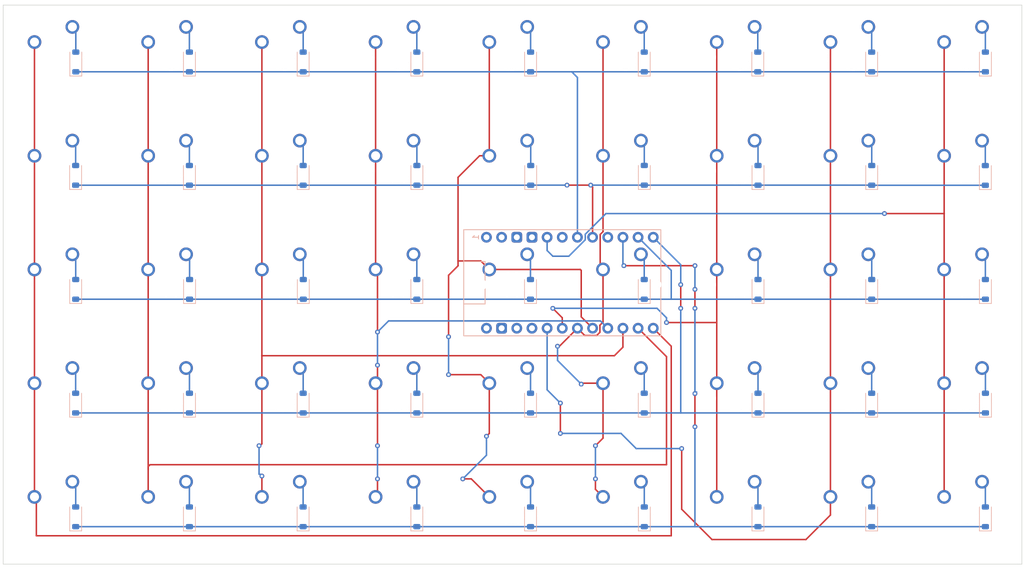
<source format=kicad_pcb>
(kicad_pcb (version 20221018) (generator pcbnew)
  (layers (0 "F.Cu" signal) (31 "B.Cu" signal) (34 "B.Paste" user) (35 "F.Paste" user) (36 "B.SilkS" user "B.Silkscreen") (37 "F.SilkS" user "F.Silkscreen") (38 "B.Mask" user) (39 "F.Mask" user) (44 "Edge.Cuts" user))
  (net 0 "")
  (net 1 "Net-(D1-A)")
  (net 2 "Net-(D2-A)")
  (net 3 "Net-(D3-A)")
  (net 4 "Net-(D4-A)")
  (net 5 "Net-(D5-A)")
  (net 6 "Net-(D6-A)")
  (net 7 "Net-(D7-A)")
  (net 8 "Net-(D8-A)")
  (net 9 "Net-(D9-A)")
  (net 10 "Net-(D10-A)")
  (net 11 "Net-(D11-A)")
  (net 12 "Net-(D12-A)")
  (net 13 "Net-(D13-A)")
  (net 14 "Net-(D14-A)")
  (net 15 "Net-(D15-A)")
  (net 16 "Net-(D16-A)")
  (net 17 "Net-(D17-A)")
  (net 18 "Net-(D18-A)")
  (net 19 "Net-(D19-A)")
  (net 20 "Net-(D20-A)")
  (net 21 "Net-(D21-A)")
  (net 22 "Net-(D22-A)")
  (net 23 "Net-(D23-A)")
  (net 24 "Net-(D24-A)")
  (net 25 "Net-(D25-A)")
  (net 26 "Net-(D26-A)")
  (net 27 "Net-(D27-A)")
  (net 28 "Net-(D28-A)")
  (net 29 "Net-(D29-A)")
  (net 30 "Net-(D30-A)")
  (net 31 "Net-(D31-A)")
  (net 32 "Net-(D32-A)")
  (net 33 "Net-(D33-A)")
  (net 34 "Net-(D34-A)")
  (net 35 "Net-(D35-A)")
  (net 36 "Net-(D36-A)")
  (net 37 "Net-(D38-A)")
  (net 38 "Net-(D39-A)")
  (net 39 "Net-(D40-A)")
  (net 40 "Net-(D41-A)")
  (net 41 "Net-(D42-A)")
  (net 42 "Net-(D43-A)")
  (net 43 "Net-(D44-A)")
  (net 44 "Net-(D45-A)")
  (net 50 "Row0")
  (net 51 "Row1")
  (net 52 "Row2")
  (net 53 "Row3")
  (net 54 "Row4")
  (net 55 "Col8")
  (net 56 "Col0")
  (net 57 "Col1")
  (net 58 "Col2")
  (net 59 "Col3")
  (net 60 "Col4")
  (net 61 "Col5")
  (net 62 "Col6")
  (net 63 "Col7")
  (net 67 "Net-(D37-A)")
  (footprint "PCM_marbastlib-mx:SW_MX_1u" (layer "F.Cu") (at 120.17375 30.95625)
    (fp_text reference "MX6" hide)
    (fp_text value "MX_SW_HS" hide)
  )
  (footprint "PCM_marbastlib-mx:SW_MX_1u" (layer "F.Cu") (at 24.92375 69.05625)
    (fp_text reference "MX19" hide)
    (fp_text value "MX_SW_HS" hide)
  )
  (footprint "PCM_marbastlib-mx:SW_MX_1u" (layer "F.Cu") (at 158.27375 69.05625)
    (fp_text reference "MX26" hide)
    (fp_text value "MX_SW_HS" hide)
  )
  (footprint "PCM_marbastlib-mx:SW_MX_1u" (layer "F.Cu") (at 82.07375 107.15625)
    (fp_text reference "MX40" hide)
    (fp_text value "MX_SW_HS" hide)
  )
  (footprint "PCM_marbastlib-mx:SW_MX_1u" (layer "F.Cu") (at 63.02375 88.10625)
    (fp_text reference "MX30" hide)
    (fp_text value "MX_SW_HS" hide)
  )
  (footprint "PCM_marbastlib-mx:SW_MX_1u" (layer "F.Cu") (at 139.22375 50.00625)
    (fp_text reference "MX16" hide)
    (fp_text value "MX_SW_HS" hide)
  )
  (footprint "PCM_marbastlib-mx:SW_MX_1u" (layer "F.Cu") (at 24.92375 107.15625)
    (fp_text reference "MX37" hide)
    (fp_text value "MX_SW_HS" hide)
  )
  (footprint "PCM_marbastlib-mx:SW_MX_1u" (layer "F.Cu") (at 82.07375 69.05625)
    (fp_text reference "MX22" hide)
    (fp_text value "MX_SW_HS" hide)
  )
  (footprint "PCM_marbastlib-mx:SW_MX_1u" (layer "F.Cu") (at 63.02375 50.00625)
    (fp_text reference "MX12" hide)
    (fp_text value "MX_SW_HS" hide)
  )
  (footprint "PCM_marbastlib-mx:SW_MX_1u" (layer "F.Cu") (at 63.02375 69.05625)
    (fp_text reference "MX21" hide)
    (fp_text value "MX_SW_HS" hide)
  )
  (footprint "PCM_marbastlib-mx:SW_MX_1u" (layer "F.Cu") (at 63.02375 30.95625)
    (fp_text reference "MX3" hide)
    (fp_text value "MX_SW_HS" hide)
  )
  (footprint "PCM_marbastlib-mx:SW_MX_1u" (layer "F.Cu") (at 120.17375 107.15625)
    (fp_text reference "MX42" hide)
    (fp_text value "MX_SW_HS" hide)
  )
  (footprint "PCM_marbastlib-mx:SW_MX_1u" (layer "F.Cu") (at 139.22375 107.15625)
    (fp_text reference "MX43" hide)
    (fp_text value "MX_SW_HS" hide)
  )
  (footprint "PCM_marbastlib-mx:SW_MX_1u" (layer "F.Cu") (at 177.32375 107.15625)
    (fp_text reference "MX45" hide)
    (fp_text value "MX_SW_HS" hide)
  )
  (footprint "PCM_marbastlib-mx:SW_MX_1u" (layer "F.Cu") (at 101.12375 88.10625)
    (fp_text reference "MX32" hide)
    (fp_text value "MX_SW_HS" hide)
  )
  (footprint "PCM_marbastlib-mx:SW_MX_1u" (layer "F.Cu") (at 139.22375 30.95625)
    (fp_text reference "MX7" hide)
    (fp_text value "MX_SW_HS" hide)
  )
  (footprint "PCM_marbastlib-mx:SW_MX_1u" (layer "F.Cu") (at 24.92375 50.00625)
    (fp_text reference "MX10" hide)
    (fp_text value "MX_SW_HS" hide)
  )
  (footprint "PCM_marbastlib-mx:SW_MX_1u" (layer "F.Cu") (at 43.97375 69.05625)
    (fp_text reference "MX20" hide)
    (fp_text value "MX_SW_HS" hide)
  )
  (footprint "PCM_marbastlib-mx:SW_MX_1u" (layer "F.Cu") (at 24.92375 88.10625)
    (fp_text reference "MX28" hide)
    (fp_text value "MX_SW_HS" hide)
  )
  (footprint "PCM_marbastlib-mx:SW_MX_1u" (layer "F.Cu") (at 120.17375 50.00625)
    (fp_text reference "MX15" hide)
    (fp_text value "MX_SW_HS" hide)
  )
  (footprint "PCM_marbastlib-mx:SW_MX_1u" (layer "F.Cu") (at 82.07375 50.00625)
    (fp_text reference "MX13" hide)
    (fp_text value "MX_SW_HS" hide)
  )
  (footprint "PCM_marbastlib-mx:SW_MX_1u" (layer "F.Cu") (at 177.32375 50.00625)
    (fp_text reference "MX18" hide)
    (fp_text value "MX_SW_HS" hide)
  )
  (footprint "PCM_marbastlib-mx:SW_MX_1u" (layer "F.Cu") (at 63.02375 107.15625)
    (fp_text reference "MX39" hide)
    (fp_text value "MX_SW_HS" hide)
  )
  (footprint "PCM_marbastlib-mx:SW_MX_1u" (layer "F.Cu") (at 43.97375 30.95625)
    (fp_text reference "MX2" hide)
    (fp_text value "MX_SW_HS" hide)
  )
  (footprint "PCM_marbastlib-mx:SW_MX_1u" (layer "F.Cu") (at 177.32375 69.05625)
    (fp_text reference "MX27" hide)
    (fp_text value "MX_SW_HS" hide)
  )
  (footprint "PCM_marbastlib-mx:SW_MX_1u" (layer "F.Cu") (at 82.07375 30.95625)
    (fp_text reference "MX4" hide)
    (fp_text value "MX_SW_HS" hide)
  )
  (footprint "PCM_marbastlib-mx:SW_MX_1u" (layer "F.Cu") (at 177.32375 88.10625)
    (fp_text reference "MX36" hide)
    (fp_text value "MX_SW_HS" hide)
  )
  (footprint "PCM_marbastlib-mx:SW_MX_1u" (layer "F.Cu") (at 43.97375 50.00625)
    (fp_text reference "MX11" hide)
    (fp_text value "MX_SW_HS" hide)
  )
  (footprint "PCM_marbastlib-mx:SW_MX_1u" (layer "F.Cu") (at 101.12375 30.95625)
    (fp_text reference "MX5" hide)
    (fp_text value "MX_SW_HS" hide)
  )
  (footprint "PCM_marbastlib-mx:SW_MX_1u" (layer "F.Cu") (at 139.22375 69.05625)
    (fp_text reference "MX25" hide)
    (fp_text value "MX_SW_HS" hide)
  )
  (footprint "PCM_marbastlib-mx:SW_MX_1u" (layer "F.Cu") (at 120.17375 88.10625)
    (fp_text reference "MX33" hide)
    (fp_text value "MX_SW_HS" hide)
  )
  (footprint "PCM_marbastlib-mx:SW_MX_1u" (layer "F.Cu") (at 82.07375 88.10625)
    (fp_text reference "MX31" hide)
    (fp_text value "MX_SW_HS" hide)
  )
  (footprint "PCM_marbastlib-mx:SW_MX_1u" (layer "F.Cu") (at 177.32375 30.95625)
    (fp_text reference "MX9" hide)
    (fp_text value "MX_SW_HS" hide)
  )
  (footprint "PCM_marbastlib-mx:SW_MX_1u" (layer "F.Cu") (at 158.27375 30.95625)
    (fp_text reference "MX8" hide)
    (fp_text value "MX_SW_HS" hide)
  )
  (footprint "PCM_marbastlib-mx:SW_MX_1u" (layer "F.Cu") (at 43.97375 107.15625)
    (fp_text reference "MX38" hide)
    (fp_text value "MX_SW_HS" hide)
  )
  (footprint "PCM_marbastlib-mx:SW_MX_1u" (layer "F.Cu") (at 101.12375 50.00625)
    (fp_text reference "MX14" hide)
    (fp_text value "MX_SW_HS" hide)
  )
  (footprint "PCM_marbastlib-mx:SW_MX_1u" (layer "F.Cu") (at 158.27375 107.15625)
    (fp_text reference "MX44" hide)
    (fp_text value "MX_SW_HS" hide)
  )
  (footprint "PCM_marbastlib-mx:SW_MX_1u" (layer "F.Cu") (at 24.92375 30.95625)
    (fp_text reference "MX1" hide)
    (fp_text value "MX_SW_HS" hide)
  )
  (footprint "PCM_marbastlib-mx:SW_MX_1u" (layer "F.Cu") (at 120.17375 69.05625)
    (fp_text reference "MX24" hide)
    (fp_text value "MX_SW_HS" hide)
  )
  (footprint "PCM_marbastlib-mx:SW_MX_1u" (layer "F.Cu") (at 101.12375 69.05625)
    (fp_text reference "MX23" hide)
    (fp_text value "MX_SW_HS" hide)
  )
  (footprint "PCM_marbastlib-mx:SW_MX_1u" (layer "F.Cu") (at 139.22375 88.10625)
    (fp_text reference "MX34" hide)
    (fp_text value "MX_SW_HS" hide)
  )
  (footprint "PCM_marbastlib-mx:SW_MX_1u" (layer "F.Cu") (at 101.12375 107.15625)
    (fp_text reference "MX41" hide)
    (fp_text value "MX_SW_HS" hide)
  )
  (footprint "PCM_marbastlib-mx:SW_MX_1u" (layer "F.Cu") (at 158.27375 50.00625)
    (fp_text reference "MX17" hide)
    (fp_text value "MX_SW_HS" hide)
  )
  (footprint "PCM_marbastlib-mx:SW_MX_1u" (layer "F.Cu") (at 158.27375 88.10625)
    (fp_text reference "MX35" hide)
    (fp_text value "MX_SW_HS" hide)
  )
  (footprint "PCM_marbastlib-mx:SW_MX_1u" (layer "F.Cu") (at 43.97375 88.10625)
    (fp_text reference "MX29" hide)
    (fp_text value "MX_SW_HS" hide)
  )
  (footprint "Diode_SMD:D_SOD-123" (layer "B.Cu") (at 142.33 88.9 90)
    (fp_text reference "D34" hide)
    (fp_text value "D_Small")
  )
  (footprint "PCM_marbastlib-xp-promicroish:ProMicro_USBup" (layer "B.Cu") (at 110.8075 68.73875 -90)
    (fp_text reference "J1" hide)
    (fp_text value "Conn_02x12_Top_Bottom")
  )
  (footprint "Diode_SMD:D_SOD-123" (layer "B.Cu") (at 180.42 107.95 90)
    (fp_text reference "D45" hide)
    (fp_text value "D_Small")
  )
  (footprint "Diode_SMD:D_SOD-123" (layer "B.Cu") (at 142.33 69.85 90)
    (fp_text reference "D25" hide)
    (fp_text value "D_Small")
  )
  (footprint "Diode_SMD:D_SOD-123" (layer "B.Cu") (at 85.17 31.75 90)
    (fp_text reference "D4" hide)
    (fp_text value "D_Small")
  )
  (footprint "Diode_SMD:D_SOD-123" (layer "B.Cu") (at 28.01 88.9 90)
    (fp_text reference "D28" hide)
    (fp_text value "D_Small")
  )
  (footprint "Diode_SMD:D_SOD-123" (layer "B.Cu") (at 104.22 107.95 90)
    (fp_text reference "D41" hide)
    (fp_text value "D_Small")
  )
  (footprint "Diode_SMD:D_SOD-123" (layer "B.Cu") (at 123.27 31.75 90)
    (fp_text reference "D6" hide)
    (fp_text value "D_Small")
  )
  (footprint "Diode_SMD:D_SOD-123" (layer "B.Cu") (at 142.32 107.95 90)
    (fp_text reference "D43" hide)
    (fp_text value "D_Small")
  )
  (footprint "Diode_SMD:D_SOD-123" (layer "B.Cu") (at 85.17 107.95 90)
    (fp_text reference "D40" hide)
    (fp_text value "D_Small")
  )
  (footprint "Diode_SMD:D_SOD-123" (layer "B.Cu") (at 85.17 69.85 90)
    (fp_text reference "D22" hide)
    (fp_text value "D_Small")
  )
  (footprint "Diode_SMD:D_SOD-123" (layer "B.Cu") (at 161.37 107.95 90)
    (fp_text reference "D44" hide)
    (fp_text value "D_Small")
  )
  (footprint "Diode_SMD:D_SOD-123" (layer "B.Cu") (at 161.37 31.75 90)
    (fp_text reference "D8" hide)
    (fp_text value "D_Small")
  )
  (footprint "Diode_SMD:D_SOD-123" (layer "B.Cu") (at 180.41 50.76 90)
    (fp_text reference "D18" hide)
    (fp_text value "D_Small")
  )
  (footprint "Diode_SMD:D_SOD-123" (layer "B.Cu") (at 142.33 50.75 90)
    (fp_text reference "D16" hide)
    (fp_text value "D_Small")
  )
  (footprint "Diode_SMD:D_SOD-123" (layer "B.Cu") (at 66.12 107.95 90)
    (fp_text reference "D39" hide)
    (fp_text value "D_Small")
  )
  (footprint "Diode_SMD:D_SOD-123" (layer "B.Cu") (at 28.02 69.85 90)
    (fp_text reference "D19" hide)
    (fp_text value "D_Small")
  )
  (footprint "Diode_SMD:D_SOD-123" (layer "B.Cu") (at 47.07 50.7475 90)
    (fp_text reference "D11" hide)
    (fp_text value "D_Small")
  )
  (footprint "Diode_SMD:D_SOD-123" (layer "B.Cu") (at 180.42 69.85 90)
    (fp_text reference "D27" hide)
    (fp_text value "D_Small")
  )
  (footprint "Diode_SMD:D_SOD-123" (layer "B.Cu") (at 47.08 88.9 90)
    (fp_text reference "D29" hide)
    (fp_text value "D_Small")
  )
  (footprint "Diode_SMD:D_SOD-123" (layer "B.Cu") (at 104.25 50.75 90)
    (fp_text reference "D14" hide)
    (fp_text value "D_Small")
  )
  (footprint "Diode_SMD:D_SOD-123" (layer "B.Cu") (at 123.28 107.95 90)
    (fp_text reference "D42" hide)
    (fp_text value "D_Small")
  )
  (footprint "Diode_SMD:D_SOD-123" (layer "B.Cu") (at 28.04 31.75 90)
    (fp_text reference "D1" hide)
    (fp_text value "D_Small")
  )
  (footprint "Diode_SMD:D_SOD-123" (layer "B.Cu") (at 161.38 50.75 90)
    (fp_text reference "D17" hide)
    (fp_text value "D_Small")
  )
  (footprint "Diode_SMD:D_SOD-123" (layer "B.Cu") (at 123.27 88.9 90)
    (fp_text reference "D33" hide)
    (fp_text value "D_Small")
  )
  (footprint "Diode_SMD:D_SOD-123" (layer "B.Cu") (at 47.07 107.95 90)
    (fp_text reference "D38" hide)
    (fp_text value "D_Small")
  )
  (footprint "Diode_SMD:D_SOD-123" (layer "B.Cu") (at 104.23 31.75 90)
    (fp_text reference "D5" hide)
    (fp_text value "D_Small")
  )
  (footprint "Diode_SMD:D_SOD-123" (layer "B.Cu") (at 180.42 31.75 90)
    (fp_text reference "D9" hide)
    (fp_text value "D_Small")
  )
  (footprint "Diode_SMD:D_SOD-123" (layer "B.Cu") (at 123.28 50.74 90)
    (fp_text reference "D15" hide)
    (fp_text value "D_Small")
  )
  (footprint "Diode_SMD:D_SOD-123" (layer "B.Cu") (at 66.13 88.9 90)
    (fp_text reference "D30" hide)
    (fp_text value "D_Small")
  )
  (footprint "Diode_SMD:D_SOD-123" (layer "B.Cu") (at 47.1 69.85 90)
    (fp_text reference "D20" hide)
    (fp_text value "D_Small")
  )
  (footprint "Diode_SMD:D_SOD-123" (layer "B.Cu") (at 104.21 69.85 90)
    (fp_text reference "D23" hide)
    (fp_text value "D_Small")
  )
  (footprint "Diode_SMD:D_SOD-123" (layer "B.Cu") (at 66.13 50.75 90)
    (fp_text reference "D12" hide)
    (fp_text value "D_Small")
  )
  (footprint "Diode_SMD:D_SOD-123" (layer "B.Cu") (at 180.43 88.9 90)
    (fp_text reference "D36" hide)
    (fp_text value "D_Small")
  )
  (footprint "Diode_SMD:D_SOD-123" (layer "B.Cu") (at 161.37 88.9 90)
    (fp_text reference "D35" hide)
    (fp_text value "D_Small")
  )
  (footprint "Diode_SMD:D_SOD-123" (layer "B.Cu") (at 28.01 50.7475 90)
    (fp_text reference "D10" hide)
    (fp_text value "D_Small")
  )
  (footprint "Diode_SMD:D_SOD-123" (layer "B.Cu") (at 104.22 88.9 90)
    (fp_text reference "D32" hide)
    (fp_text value "D_Small")
  )
  (footprint "Diode_SMD:D_SOD-123" (layer "B.Cu") (at 161.38 69.85 90)
    (fp_text reference "D26" hide)
    (fp_text value "D_Small")
  )
  (footprint "Diode_SMD:D_SOD-123" (layer "B.Cu") (at 66.15 69.85 90)
    (fp_text reference "D21" hide)
    (fp_text value "D_Small")
  )
  (footprint "Diode_SMD:D_SOD-123" (layer "B.Cu") (at 142.29 31.75 90)
    (fp_text reference "D7" hide)
    (fp_text value "D_Small")
  )
  (footprint "Diode_SMD:D_SOD-123" (layer "B.Cu") (at 85.18 50.7475 90)
    (fp_text reference "D13" hide)
    (fp_text value "D_Small")
  )
  (footprint "Diode_SMD:D_SOD-123" (layer "B.Cu") (at 123.27 69.85 90)
    (fp_text reference "D24" hide)
    (fp_text value "D_Small")
  )
  (footprint "Diode_SMD:D_SOD-123" (layer "B.Cu") (at 28.02 107.95 90)
    (fp_text reference "D37" hide)
    (fp_text value "D_Small")
  )
  (footprint "Diode_SMD:D_SOD-123" (layer "B.Cu") (at 47.07 31.75 90)
    (fp_text reference "D2" hide)
    (fp_text value "D_Small")
  )
  (footprint "Diode_SMD:D_SOD-123" (layer "B.Cu") (at 85.17 88.9 90)
    (fp_text reference "D31" hide)
    (fp_text value "D_Small")
  )
  (footprint "Diode_SMD:D_SOD-123" (layer "B.Cu") (at 66.13 31.75 90)
    (fp_text reference "D3" hide)
    (fp_text value "D_Small")
  )
  (gr_line (start 186.53125 115.8875) (end 185.7375 115.8875) (stroke (width 0.1)) (layer "Edge.Cuts"))
  (gr_line (start 186.53125 115.8875) (end 186.53125 22.225) (stroke (width 0.1)) (layer "Edge.Cuts"))
  (gr_line (start 15.875 115.8875) (end 185.7375 115.8875) (stroke (width 0.1)) (layer "Edge.Cuts"))
  (gr_line (start 186.53125 22.225) (end 15.875 22.225) (stroke (width 0.1)) (layer "Edge.Cuts"))
  (gr_line (start 15.875 22.225) (end 15.875 115.8875) (stroke (width 0.1)) (layer "Edge.Cuts"))
  (segment (start 27.46375 25.87625) (end 28.04 26.4525) (width 0.25) (layer "B.Cu") (net 1))
  (segment (start 28.04 26.4525) (end 28.04 30.1) (width 0.25) (layer "B.Cu") (net 1))
  (segment (start 46.51375 25.87625) (end 47.07 26.4325) (width 0.25) (layer "B.Cu") (net 2))
  (segment (start 47.07 26.4325) (end 47.07 30.1) (width 0.25) (layer "B.Cu") (net 2))
  (segment (start 66.13 26.4425) (end 66.13 30.1) (width 0.25) (layer "B.Cu") (net 3))
  (segment (start 65.56375 25.87625) (end 66.13 26.4425) (width 0.25) (layer "B.Cu") (net 3))
  (segment (start 84.61375 25.87625) (end 85.17 26.4325) (width 0.25) (layer "B.Cu") (net 4))
  (segment (start 85.17 26.4325) (end 85.17 30.1) (width 0.25) (layer "B.Cu") (net 4))
  (segment (start 103.66375 25.87625) (end 104.23 26.4425) (width 0.25) (layer "B.Cu") (net 5))
  (segment (start 104.23 26.4425) (end 104.23 30.1) (width 0.25) (layer "B.Cu") (net 5))
  (segment (start 122.71375 25.87625) (end 123.27 26.4325) (width 0.25) (layer "B.Cu") (net 6))
  (segment (start 123.27 26.4325) (end 123.27 30.1) (width 0.25) (layer "B.Cu") (net 6))
  (segment (start 142.29 26.4025) (end 142.29 30.1) (width 0.25) (layer "B.Cu") (net 7))
  (segment (start 141.76375 25.87625) (end 142.29 26.4025) (width 0.25) (layer "B.Cu") (net 7))
  (segment (start 161.37 26.4325) (end 161.37 30.1) (width 0.25) (layer "B.Cu") (net 8))
  (segment (start 160.81375 25.87625) (end 161.37 26.4325) (width 0.25) (layer "B.Cu") (net 8))
  (segment (start 179.86375 25.87625) (end 180.42 26.4325) (width 0.25) (layer "B.Cu") (net 9))
  (segment (start 180.42 26.4325) (end 180.42 30.1) (width 0.25) (layer "B.Cu") (net 9))
  (segment (start 28.01 45.4725) (end 28.01 49.0975) (width 0.25) (layer "B.Cu") (net 10))
  (segment (start 27.46375 44.92625) (end 28.01 45.4725) (width 0.25) (layer "B.Cu") (net 10))
  (segment (start 47.07 45.4825) (end 47.07 49.0975) (width 0.25) (layer "B.Cu") (net 11))
  (segment (start 46.51375 44.92625) (end 47.07 45.4825) (width 0.25) (layer "B.Cu") (net 11))
  (segment (start 65.56375 44.92625) (end 66.13 45.4925) (width 0.25) (layer "B.Cu") (net 12))
  (segment (start 66.13 45.4925) (end 66.13 49.1) (width 0.25) (layer "B.Cu") (net 12))
  (segment (start 85.18 45.4925) (end 85.18 49.0975) (width 0.25) (layer "B.Cu") (net 13))
  (segment (start 84.61375 44.92625) (end 85.18 45.4925) (width 0.25) (layer "B.Cu") (net 13))
  (segment (start 103.66375 44.92625) (end 104.25 45.5125) (width 0.25) (layer "B.Cu") (net 14))
  (segment (start 104.25 45.5125) (end 104.25 49.1) (width 0.25) (layer "B.Cu") (net 14))
  (segment (start 122.71375 44.92625) (end 123.28 45.4925) (width 0.25) (layer "B.Cu") (net 15))
  (segment (start 123.28 45.4925) (end 123.28 49.09) (width 0.25) (layer "B.Cu") (net 15))
  (segment (start 142.33 45.4925) (end 142.33 49.1) (width 0.25) (layer "B.Cu") (net 16))
  (segment (start 141.76375 44.92625) (end 142.33 45.4925) (width 0.25) (layer "B.Cu") (net 16))
  (segment (start 160.81375 44.92625) (end 161.38 45.4925) (width 0.25) (layer "B.Cu") (net 17))
  (segment (start 161.38 45.4925) (end 161.38 49.1) (width 0.25) (layer "B.Cu") (net 17))
  (segment (start 179.86375 44.92625) (end 180.41 45.4725) (width 0.25) (layer "B.Cu") (net 18))
  (segment (start 180.41 45.4725) (end 180.41 49.11) (width 0.25) (layer "B.Cu") (net 18))
  (segment (start 27.46375 63.97625) (end 28.02 64.5325) (width 0.25) (layer "B.Cu") (net 19))
  (segment (start 28.02 64.5325) (end 28.02 68.2) (width 0.25) (layer "B.Cu") (net 19))
  (segment (start 47.1 64.5625) (end 47.1 68.2) (width 0.25) (layer "B.Cu") (net 20))
  (segment (start 46.51375 63.97625) (end 47.1 64.5625) (width 0.25) (layer "B.Cu") (net 20))
  (segment (start 65.56375 63.97625) (end 66.15 64.5625) (width 0.25) (layer "B.Cu") (net 21))
  (segment (start 66.15 64.5625) (end 66.15 68.2) (width 0.25) (layer "B.Cu") (net 21))
  (segment (start 84.61375 63.97625) (end 85.17 64.5325) (width 0.25) (layer "B.Cu") (net 22))
  (segment (start 85.17 64.5325) (end 85.17 68.2) (width 0.25) (layer "B.Cu") (net 22))
  (segment (start 103.66375 63.97625) (end 104.21 64.5225) (width 0.25) (layer "B.Cu") (net 23))
  (segment (start 104.21 64.5225) (end 104.21 68.2) (width 0.25) (layer "B.Cu") (net 23))
  (segment (start 122.71375 63.97625) (end 123.27 64.5325) (width 0.25) (layer "B.Cu") (net 24))
  (segment (start 123.27 64.5325) (end 123.27 68.2) (width 0.25) (layer "B.Cu") (net 24))
  (segment (start 142.33 64.5425) (end 142.33 68.2) (width 0.25) (layer "B.Cu") (net 25))
  (segment (start 141.76375 63.97625) (end 142.33 64.5425) (width 0.25) (layer "B.Cu") (net 25))
  (segment (start 161.38 64.5425) (end 161.38 68.2) (width 0.25) (layer "B.Cu") (net 26))
  (segment (start 160.81375 63.97625) (end 161.38 64.5425) (width 0.25) (layer "B.Cu") (net 26))
  (segment (start 180.42 64.5325) (end 180.42 68.2) (width 0.25) (layer "B.Cu") (net 27))
  (segment (start 179.86375 63.97625) (end 180.42 64.5325) (width 0.25) (layer "B.Cu") (net 27))
  (segment (start 28.01 83.5725) (end 28.01 87.25) (width 0.25) (layer "B.Cu") (net 28))
  (segment (start 27.46375 83.02625) (end 28.01 83.5725) (width 0.25) (layer "B.Cu") (net 28))
  (segment (start 46.51375 83.02625) (end 47.08 83.5925) (width 0.25) (layer "B.Cu") (net 29))
  (segment (start 47.08 83.5925) (end 47.08 87.25) (width 0.25) (layer "B.Cu") (net 29))
  (segment (start 66.13 83.5925) (end 66.13 87.25) (width 0.25) (layer "B.Cu") (net 30))
  (segment (start 65.56375 83.02625) (end 66.13 83.5925) (width 0.25) (layer "B.Cu") (net 30))
  (segment (start 85.17 83.5825) (end 85.17 87.25) (width 0.25) (layer "B.Cu") (net 31))
  (segment (start 84.61375 83.02625) (end 85.17 83.5825) (width 0.25) (layer "B.Cu") (net 31))
  (segment (start 103.66375 83.02625) (end 104.22 83.5825) (width 0.25) (layer "B.Cu") (net 32))
  (segment (start 104.22 83.5825) (end 104.22 87.25) (width 0.25) (layer "B.Cu") (net 32))
  (segment (start 123.27 83.5825) (end 123.27 87.25) (width 0.25) (layer "B.Cu") (net 33))
  (segment (start 122.71375 83.02625) (end 123.27 83.5825) (width 0.25) (layer "B.Cu") (net 33))
  (segment (start 142.33 83.5925) (end 142.33 87.25) (width 0.25) (layer "B.Cu") (net 34))
  (segment (start 141.76375 83.02625) (end 142.33 83.5925) (width 0.25) (layer "B.Cu") (net 34))
  (segment (start 160.81375 83.02625) (end 161.37 83.5825) (width 0.25) (layer "B.Cu") (net 35))
  (segment (start 161.37 83.5825) (end 161.37 87.25) (width 0.25) (layer "B.Cu") (net 35))
  (segment (start 180.43 83.5925) (end 180.43 87.25) (width 0.25) (layer "B.Cu") (net 36))
  (segment (start 179.86375 83.02625) (end 180.43 83.5925) (width 0.25) (layer "B.Cu") (net 36))
  (segment (start 47.07 102.6325) (end 47.07 106.3) (width 0.25) (layer "B.Cu") (net 37))
  (segment (start 46.51375 102.07625) (end 47.07 102.6325) (width 0.25) (layer "B.Cu") (net 37))
  (segment (start 66.12 102.6325) (end 66.12 106.3) (width 0.25) (layer "B.Cu") (net 38))
  (segment (start 65.56375 102.07625) (end 66.12 102.6325) (width 0.25) (layer "B.Cu") (net 38))
  (segment (start 84.61375 102.07625) (end 85.17 102.6325) (width 0.25) (layer "B.Cu") (net 39))
  (segment (start 85.17 102.6325) (end 85.17 106.3) (width 0.25) (layer "B.Cu") (net 39))
  (segment (start 103.66375 102.07625) (end 104.22 102.6325) (width 0.25) (layer "B.Cu") (net 40))
  (segment (start 104.22 102.6325) (end 104.22 106.3) (width 0.25) (layer "B.Cu") (net 40))
  (segment (start 123.28 102.6425) (end 123.28 106.3) (width 0.25) (layer "B.Cu") (net 41))
  (segment (start 122.71375 102.07625) (end 123.28 102.6425) (width 0.25) (layer "B.Cu") (net 41))
  (segment (start 142.32 102.6325) (end 142.32 106.3) (width 0.25) (layer "B.Cu") (net 42))
  (segment (start 141.76375 102.07625) (end 142.32 102.6325) (width 0.25) (layer "B.Cu") (net 42))
  (segment (start 161.37 102.6325) (end 161.37 106.3) (width 0.25) (layer "B.Cu") (net 43))
  (segment (start 160.81375 102.07625) (end 161.37 102.6325) (width 0.25) (layer "B.Cu") (net 43))
  (segment (start 179.86375 102.07625) (end 180.42 102.6325) (width 0.25) (layer "B.Cu") (net 44))
  (segment (start 180.42 102.6325) (end 180.42 106.3) (width 0.25) (layer "B.Cu") (net 44))
  (segment (start 111.125 33.4) (end 112.0775 34.3525) (width 0.25) (layer "B.Cu") (net 50))
  (segment (start 180.42 33.4) (end 111.125 33.4) (width 0.25) (layer "B.Cu") (net 50))
  (segment (start 112.0775 34.3525) (end 112.0775 61.11875) (width 0.25) (layer "B.Cu") (net 50))
  (segment (start 111.125 33.4) (end 28.04 33.4) (width 0.25) (layer "B.Cu") (net 50))
  (segment (start 114.6175 52.705) (end 114.6175 61.11875) (width 0.25) (layer "F.Cu") (net 51))
  (segment (start 114.3 52.3875) (end 114.6175 52.705) (width 0.25) (layer "F.Cu") (net 51))
  (segment (start 110.33125 52.3875) (end 114.3 52.3875) (width 0.25) (layer "F.Cu") (net 51))
  (via (at 110.33125 52.3875) (size 0.8) (drill 0.4) (layers "F.Cu" "B.Cu") (net 51))
  (via (at 114.3 52.3875) (size 0.8) (drill 0.4) (layers "F.Cu" "B.Cu") (net 51))
  (segment (start 180.41 52.41) (end 161.153749 52.41) (width 0.25) (layer "B.Cu") (net 51))
  (segment (start 114.3 52.3875) (end 123.2775 52.3875) (width 0.25) (layer "B.Cu") (net 51))
  (segment (start 161.133749 52.39) (end 123.28 52.39) (width 0.25) (layer "B.Cu") (net 51))
  (segment (start 104.25 52.4) (end 104.2475 52.3975) (width 0.25) (layer "B.Cu") (net 51))
  (segment (start 161.153749 52.41) (end 161.133749 52.39) (width 0.25) (layer "B.Cu") (net 51))
  (segment (start 104.25 52.4) (end 104.2625 52.3875) (width 0.25) (layer "B.Cu") (net 51))
  (segment (start 28.01 52.3975) (end 104.2475 52.3975) (width 0.25) (layer "B.Cu") (net 51))
  (segment (start 123.2775 52.3875) (end 123.28 52.39) (width 0.25) (layer "B.Cu") (net 51))
  (segment (start 104.2625 52.3875) (end 110.33125 52.3875) (width 0.25) (layer "B.Cu") (net 51))
  (segment (start 47.1 71.5) (end 66.15 71.5) (width 0.25) (layer "B.Cu") (net 52))
  (segment (start 28.02 71.5) (end 47.1 71.5) (width 0.25) (layer "B.Cu") (net 52))
  (segment (start 127.79375 71.5) (end 180.42 71.5) (width 0.25) (layer "B.Cu") (net 52))
  (segment (start 66.15 71.5) (end 127.79375 71.5) (width 0.25) (layer "B.Cu") (net 52))
  (segment (start 122.2375 61.11875) (end 127.79375 66.675) (width 0.25) (layer "B.Cu") (net 52))
  (segment (start 127.79375 66.675) (end 127.79375 71.5) (width 0.25) (layer "B.Cu") (net 52))
  (segment (start 129.38125 69.05625) (end 129.38125 73.025) (width 0.25) (layer "F.Cu") (net 53))
  (via (at 129.38125 73.025) (size 0.8) (drill 0.4) (layers "F.Cu" "B.Cu") (net 53))
  (via (at 129.38125 69.05625) (size 0.8) (drill 0.4) (layers "F.Cu" "B.Cu") (net 53))
  (segment (start 129.38125 65.7225) (end 129.38125 69.05625) (width 0.25) (layer "B.Cu") (net 53))
  (segment (start 129.38125 73.025) (end 129.38125 90.55) (width 0.25) (layer "B.Cu") (net 53))
  (segment (start 124.7775 61.11875) (end 129.38125 65.7225) (width 0.25) (layer "B.Cu") (net 53))
  (segment (start 129.38125 90.55) (end 180.43 90.55) (width 0.25) (layer "B.Cu") (net 53))
  (segment (start 28.01 90.55) (end 129.38125 90.55) (width 0.25) (layer "B.Cu") (net 53))
  (segment (start 119.85625 65.88125) (end 131.7625 65.88125) (width 0.25) (layer "F.Cu") (net 54))
  (segment (start 131.7625 92.86875) (end 131.7625 87.3125) (width 0.25) (layer "F.Cu") (net 54))
  (segment (start 131.7625 69.85) (end 131.7625 73.025) (width 0.25) (layer "F.Cu") (net 54))
  (via (at 119.85625 65.88125) (size 0.8) (drill 0.4) (layers "F.Cu" "B.Cu") (net 54))
  (via (at 131.7625 87.3125) (size 0.8) (drill 0.4) (layers "F.Cu" "B.Cu") (net 54))
  (via (at 131.7625 92.86875) (size 0.8) (drill 0.4) (layers "F.Cu" "B.Cu") (net 54))
  (via (at 131.7625 65.88125) (size 0.8) (drill 0.4) (layers "F.Cu" "B.Cu") (net 54))
  (via (at 131.7625 73.025) (size 0.8) (drill 0.4) (layers "F.Cu" "B.Cu") (net 54))
  (via (at 131.7625 69.85) (size 0.8) (drill 0.4) (layers "F.Cu" "B.Cu") (net 54))
  (segment (start 131.7625 87.3125) (end 132.04375 87.03125) (width 0.25) (layer "B.Cu") (net 54))
  (segment (start 66.12 109.6) (end 131.7625 109.6) (width 0.25) (layer "B.Cu") (net 54))
  (segment (start 28.02 109.6) (end 66.12 109.6) (width 0.25) (layer "B.Cu") (net 54))
  (segment (start 119.6975 61.11875) (end 119.6975 65.7225) (width 0.25) (layer "B.Cu") (net 54))
  (segment (start 131.7625 65.88125) (end 131.7625 69.85) (width 0.25) (layer "B.Cu") (net 54))
  (segment (start 131.7625 73.025) (end 131.7625 87.3125) (width 0.25) (layer "B.Cu") (net 54))
  (segment (start 131.7625 109.6) (end 131.7625 92.86875) (width 0.25) (layer "B.Cu") (net 54))
  (segment (start 131.7625 109.6) (end 180.42 109.6) (width 0.25) (layer "B.Cu") (net 54))
  (segment (start 119.6975 65.7225) (end 119.85625 65.88125) (width 0.25) (layer "B.Cu") (net 54))
  (segment (start 173.51375 104.61625) (end 173.51375 57.15) (width 0.25) (layer "F.Cu") (net 55))
  (segment (start 173.51375 57.15) (end 163.5125 57.15) (width 0.25) (layer "F.Cu") (net 55))
  (segment (start 173.51375 47.46625) (end 173.51375 28.41625) (width 0.25) (layer "F.Cu") (net 55))
  (segment (start 173.51375 57.15) (end 173.51375 47.46625) (width 0.25) (layer "F.Cu") (net 55))
  (via (at 163.5125 57.15) (size 0.8) (drill 0.4) (layers "F.Cu" "B.Cu") (net 55))
  (segment (start 106.9975 63.34125) (end 106.9975 61.11875) (width 0.25) (layer "B.Cu") (net 55))
  (segment (start 113.3925 60.611338) (end 113.3925 61.536162) (width 0.25) (layer "B.Cu") (net 55))
  (segment (start 113.3925 61.536162) (end 110.634912 64.29375) (width 0.25) (layer "B.Cu") (net 55))
  (segment (start 116.853838 57.15) (end 113.3925 60.611338) (width 0.25) (layer "B.Cu") (net 55))
  (segment (start 163.5125 57.15) (end 116.853838 57.15) (width 0.25) (layer "B.Cu") (net 55))
  (segment (start 107.95 64.29375) (end 106.9975 63.34125) (width 0.25) (layer "B.Cu") (net 55))
  (segment (start 110.634912 64.29375) (end 107.95 64.29375) (width 0.25) (layer "B.Cu") (net 55))
  (segment (start 21.43125 111.125) (end 127.79375 111.125) (width 0.25) (layer "F.Cu") (net 56))
  (segment (start 21.11375 104.61625) (end 21.43125 104.93375) (width 0.25) (layer "F.Cu") (net 56))
  (segment (start 127.79375 79.375) (end 124.7775 76.35875) (width 0.25) (layer "F.Cu") (net 56))
  (segment (start 21.11375 28.41625) (end 21.11375 104.61625) (width 0.25) (layer "F.Cu") (net 56))
  (segment (start 21.43125 104.93375) (end 21.43125 111.125) (width 0.25) (layer "F.Cu") (net 56))
  (segment (start 127.79375 111.125) (end 127.79375 79.375) (width 0.25) (layer "F.Cu") (net 56))
  (segment (start 40.16375 66.51625) (end 40.16375 85.56625) (width 0.25) (layer "F.Cu") (net 57))
  (segment (start 127 99.21875) (end 40.48125 99.21875) (width 0.25) (layer "F.Cu") (net 57))
  (segment (start 40.16375 28.41625) (end 40.16375 47.46625) (width 0.25) (layer "F.Cu") (net 57))
  (segment (start 40.16375 85.56625) (end 40.16375 100.0125) (width 0.25) (layer "F.Cu") (net 57))
  (segment (start 40.16375 100.0125) (end 40.16375 104.61625) (width 0.25) (layer "F.Cu") (net 57))
  (segment (start 127 81.12125) (end 127 99.21875) (width 0.25) (layer "F.Cu") (net 57))
  (segment (start 40.48125 99.21875) (end 40.16375 99.53625) (width 0.25) (layer "F.Cu") (net 57))
  (segment (start 40.16375 99.53625) (end 40.16375 100.0125) (width 0.25) (layer "F.Cu") (net 57))
  (segment (start 40.16375 47.46625) (end 40.16375 66.51625) (width 0.25) (layer "F.Cu") (net 57))
  (segment (start 122.2375 76.35875) (end 127 81.12125) (width 0.25) (layer "F.Cu") (net 57))
  (segment (start 59.21375 28.41625) (end 59.21375 80.9625) (width 0.25) (layer "F.Cu") (net 58))
  (segment (start 118.26875 80.9625) (end 59.21375 80.9625) (width 0.25) (layer "F.Cu") (net 58))
  (segment (start 119.6975 76.35875) (end 119.6975 79.53375) (width 0.25) (layer "F.Cu") (net 58))
  (segment (start 59.21375 85.56625) (end 59.21375 95.72625) (width 0.25) (layer "F.Cu") (net 58))
  (segment (start 119.6975 79.53375) (end 118.26875 80.9625) (width 0.25) (layer "F.Cu") (net 58))
  (segment (start 59.21375 101.12375) (end 59.21375 104.61625) (width 0.25) (layer "F.Cu") (net 58))
  (segment (start 59.21375 95.72625) (end 58.89625 96.04375) (width 0.25) (layer "F.Cu") (net 58))
  (segment (start 59.21375 80.9625) (end 59.21375 85.56625) (width 0.25) (layer "F.Cu") (net 58))
  (segment (start 58.89625 96.04375) (end 58.7375 96.04375) (width 0.25) (layer "F.Cu") (net 58))
  (via (at 59.21375 101.12375) (size 0.8) (drill 0.4) (layers "F.Cu" "B.Cu") (net 58))
  (via (at 58.7375 96.04375) (size 0.8) (drill 0.4) (layers "F.Cu" "B.Cu") (net 58))
  (segment (start 58.7375 96.04375) (end 58.7375 100.80625) (width 0.25) (layer "B.Cu") (net 58))
  (segment (start 58.89625 100.80625) (end 59.21375 101.12375) (width 0.25) (layer "B.Cu") (net 58))
  (segment (start 58.7375 100.80625) (end 58.89625 100.80625) (width 0.25) (layer "B.Cu") (net 58))
  (segment (start 78.26375 28.41625) (end 78.26375 66.51625) (width 0.25) (layer "F.Cu") (net 59))
  (segment (start 78.58125 85.24875) (end 78.26375 85.56625) (width 0.25) (layer "F.Cu") (net 59))
  (segment (start 78.58125 66.83375) (end 78.58125 76.99375) (width 0.25) (layer "F.Cu") (net 59))
  (segment (start 78.26375 66.51625) (end 78.58125 66.83375) (width 0.25) (layer "F.Cu") (net 59))
  (segment (start 78.26375 85.56625) (end 78.58125 85.88375) (width 0.25) (layer "F.Cu") (net 59))
  (segment (start 78.58125 82.55) (end 78.58125 85.24875) (width 0.25) (layer "F.Cu") (net 59))
  (segment (start 78.58125 101.6) (end 78.58125 104.29875) (width 0.25) (layer "F.Cu") (net 59))
  (segment (start 78.58125 104.29875) (end 78.26375 104.61625) (width 0.25) (layer "F.Cu") (net 59))
  (segment (start 78.58125 85.88375) (end 78.58125 96.04375) (width 0.25) (layer "F.Cu") (net 59))
  (via (at 78.58125 76.99375) (size 0.8) (drill 0.4) (layers "F.Cu" "B.Cu") (net 59))
  (via (at 78.58125 82.55) (size 0.8) (drill 0.4) (layers "F.Cu" "B.Cu") (net 59))
  (via (at 78.58125 96.04375) (size 0.8) (drill 0.4) (layers "F.Cu" "B.Cu") (net 59))
  (via (at 78.58125 101.6) (size 0.8) (drill 0.4) (layers "F.Cu" "B.Cu") (net 59))
  (segment (start 117.1575 76.35875) (end 115.9325 75.13375) (width 0.25) (layer "B.Cu") (net 59))
  (segment (start 80.44125 75.13375) (end 78.58125 76.99375) (width 0.25) (layer "B.Cu") (net 59))
  (segment (start 78.58125 96.04375) (end 78.58125 101.6) (width 0.25) (layer "B.Cu") (net 59))
  (segment (start 115.9325 75.13375) (end 80.44125 75.13375) (width 0.25) (layer "B.Cu") (net 59))
  (segment (start 78.58125 76.99375) (end 78.58125 82.55) (width 0.25) (layer "B.Cu") (net 59))
  (segment (start 92.86875 101.6) (end 94.2975 101.6) (width 0.25) (layer "F.Cu") (net 60))
  (segment (start 92.075 65.0875) (end 95.885 65.0875) (width 0.25) (layer "F.Cu") (net 60))
  (segment (start 94.2975 101.6) (end 97.31375 104.61625) (width 0.25) (layer "F.Cu") (net 60))
  (segment (start 97.31375 93.98) (end 96.8375 94.45625) (width 0.25) (layer "F.Cu") (net 60))
  (segment (start 95.885 65.0875) (end 97.31375 66.51625) (width 0.25) (layer "F.Cu") (net 60))
  (segment (start 95.687405 47.46625) (end 92.075 51.078655) (width 0.25) (layer "F.Cu") (net 60))
  (segment (start 92.075 65.0875) (end 92.075 65.902767) (width 0.25) (layer "F.Cu") (net 60))
  (segment (start 90.4875 84.1375) (end 95.885 84.1375) (width 0.25) (layer "F.Cu") (net 60))
  (segment (start 112.7125 74.45375) (end 114.6175 76.35875) (width 0.25) (layer "F.Cu") (net 60))
  (segment (start 92.075 65.902767) (end 90.4875 67.490267) (width 0.25) (layer "F.Cu") (net 60))
  (segment (start 112.7125 66.675) (end 112.7125 74.45375) (width 0.25) (layer "F.Cu") (net 60))
  (segment (start 97.31375 28.41625) (end 97.31375 47.46625) (width 0.25) (layer "F.Cu") (net 60))
  (segment (start 95.885 84.1375) (end 97.31375 85.56625) (width 0.25) (layer "F.Cu") (net 60))
  (segment (start 92.075 51.078655) (end 92.075 65.0875) (width 0.25) (layer "F.Cu") (net 60))
  (segment (start 97.31375 47.46625) (end 95.687405 47.46625) (width 0.25) (layer "F.Cu") (net 60))
  (segment (start 112.55375 66.51625) (end 112.7125 66.675) (width 0.25) (layer "F.Cu") (net 60))
  (segment (start 97.31375 85.56625) (end 97.31375 93.98) (width 0.25) (layer "F.Cu") (net 60))
  (segment (start 97.31375 66.51625) (end 112.55375 66.51625) (width 0.25) (layer "F.Cu") (net 60))
  (segment (start 90.4875 67.490267) (end 90.4875 77.7875) (width 0.25) (layer "F.Cu") (net 60))
  (via (at 92.86875 101.6) (size 0.8) (drill 0.4) (layers "F.Cu" "B.Cu") (net 60))
  (via (at 96.8375 94.45625) (size 0.8) (drill 0.4) (layers "F.Cu" "B.Cu") (net 60))
  (via (at 90.4875 84.1375) (size 0.8) (drill 0.4) (layers "F.Cu" "B.Cu") (net 60))
  (via (at 90.4875 77.7875) (size 0.8) (drill 0.4) (layers "F.Cu" "B.Cu") (net 60))
  (segment (start 96.8375 97.63125) (end 92.86875 101.6) (width 0.25) (layer "B.Cu") (net 60))
  (segment (start 90.4875 77.7875) (end 90.4875 84.1375) (width 0.25) (layer "B.Cu") (net 60))
  (segment (start 96.8375 94.45625) (end 96.8375 97.63125) (width 0.25) (layer "B.Cu") (net 60))
  (segment (start 115.09375 101.6) (end 115.09375 103.34625) (width 0.25) (layer "F.Cu") (net 61))
  (segment (start 116.36375 28.41625) (end 116.36375 47.46625) (width 0.25) (layer "F.Cu") (net 61))
  (segment (start 112.0775 76.35875) (end 109.06125 79.375) (width 0.25) (layer "F.Cu") (net 61))
  (segment (start 113.3025 77.58375) (end 112.0775 76.35875) (width 0.25) (layer "F.Cu") (net 61))
  (segment (start 116.36375 75.330088) (end 115.8425 75.851338) (width 0.25) (layer "F.Cu") (net 61))
  (segment (start 116.36375 85.56625) (end 116.36375 94.77375) (width 0.25) (layer "F.Cu") (net 61))
  (segment (start 116.36375 66.51625) (end 116.36375 75.330088) (width 0.25) (layer "F.Cu") (net 61))
  (segment (start 112.87125 85.56625) (end 116.36375 85.56625) (width 0.25) (layer "F.Cu") (net 61))
  (segment (start 116.36375 60.180088) (end 115.8875 60.656338) (width 0.25) (layer "F.Cu") (net 61))
  (segment (start 115.8425 77.03875) (end 115.2975 77.58375) (width 0.25) (layer "F.Cu") (net 61))
  (segment (start 109.06125 79.375) (end 108.74375 79.375) (width 0.25) (layer "F.Cu") (net 61))
  (segment (start 115.8875 66.04) (end 116.36375 66.51625) (width 0.25) (layer "F.Cu") (net 61))
  (segment (start 115.8875 60.656338) (end 115.8875 66.04) (width 0.25) (layer "F.Cu") (net 61))
  (segment (start 116.36375 94.77375) (end 115.09375 96.04375) (width 0.25) (layer "F.Cu") (net 61))
  (segment (start 112.7125 85.725) (end 112.87125 85.56625) (width 0.25) (layer "F.Cu") (net 61))
  (segment (start 115.09375 103.34625) (end 116.36375 104.61625) (width 0.25) (layer "F.Cu") (net 61))
  (segment (start 116.36375 47.46625) (end 116.36375 60.180088) (width 0.25) (layer "F.Cu") (net 61))
  (segment (start 115.2975 77.58375) (end 113.3025 77.58375) (width 0.25) (layer "F.Cu") (net 61))
  (segment (start 115.8425 75.851338) (end 115.8425 77.03875) (width 0.25) (layer "F.Cu") (net 61))
  (via (at 112.7125 85.725) (size 0.8) (drill 0.4) (layers "F.Cu" "B.Cu") (net 61))
  (via (at 115.09375 96.04375) (size 0.8) (drill 0.4) (layers "F.Cu" "B.Cu") (net 61))
  (via (at 108.74375 79.375) (size 0.8) (drill 0.4) (layers "F.Cu" "B.Cu") (net 61))
  (via (at 115.09375 101.6) (size 0.8) (drill 0.4) (layers "F.Cu" "B.Cu") (net 61))
  (segment (start 108.74375 81.75625) (end 112.7125 85.725) (width 0.25) (layer "B.Cu") (net 61))
  (segment (start 115.09375 96.04375) (end 115.09375 101.6) (width 0.25) (layer "B.Cu") (net 61))
  (segment (start 108.74375 79.375) (end 108.74375 81.75625) (width 0.25) (layer "B.Cu") (net 61))
  (segment (start 127 75.40625) (end 135.41375 75.40625) (width 0.25) (layer "F.Cu") (net 62))
  (segment (start 109.5375 76.35875) (end 109.5375 74.6125) (width 0.25) (layer "F.Cu") (net 62))
  (segment (start 135.41375 28.41625) (end 135.41375 47.46625) (width 0.25) (layer "F.Cu") (net 62))
  (segment (start 135.41375 66.51625) (end 135.41375 75.40625) (width 0.25) (layer "F.Cu") (net 62))
  (segment (start 135.41375 104.61625) (end 135.41375 85.56625) (width 0.25) (layer "F.Cu") (net 62))
  (segment (start 109.5375 74.6125) (end 107.95 73.025) (width 0.25) (layer "F.Cu") (net 62))
  (segment (start 135.41375 47.46625) (end 135.41375 66.51625) (width 0.25) (layer "F.Cu") (net 62))
  (segment (start 135.41375 75.40625) (end 135.41375 85.56625) (width 0.25) (layer "F.Cu") (net 62))
  (via (at 107.95 73.025) (size 0.8) (drill 0.4) (layers "F.Cu" "B.Cu") (net 62))
  (via (at 127 75.40625) (size 0.8) (drill 0.4) (layers "F.Cu" "B.Cu") (net 62))
  (segment (start 127 74.6125) (end 127 75.40625) (width 0.25) (layer "B.Cu") (net 62))
  (segment (start 107.95 73.025) (end 125.4125 73.025) (width 0.25) (layer "B.Cu") (net 62))
  (segment (start 126.20625 73.81875) (end 127 74.6125) (width 0.25) (layer "B.Cu") (net 62))
  (segment (start 125.4125 73.025) (end 126.20625 73.81875) (width 0.25) (layer "B.Cu") (net 62))
  (segment (start 109.22 88.9) (end 109.22 93.98) (width 0.25) (layer "F.Cu") (net 63))
  (segment (start 150.357767 111.76) (end 154.46375 107.654017) (width 0.25) (layer "F.Cu") (net 63))
  (segment (start 154.46375 107.654017) (end 154.46375 104.61625) (width 0.25) (layer "F.Cu") (net 63))
  (segment (start 129.54 96.52) (end 129.54 106.68) (width 0.25) (layer "F.Cu") (net 63))
  (segment (start 134.62 111.76) (end 150.357767 111.76) (width 0.25) (layer "F.Cu") (net 63))
  (segment (start 154.46375 28.41625) (end 154.46375 47.46625) (width 0.25) (layer "F.Cu") (net 63))
  (segment (start 154.46375 47.46625) (end 154.46375 104.61625) (width 0.25) (layer "F.Cu") (net 63))
  (segment (start 129.54 106.68) (end 134.62 111.76) (width 0.25) (layer "F.Cu") (net 63))
  (via (at 109.22 93.98) (size 0.8) (drill 0.4) (layers "F.Cu" "B.Cu") (net 63))
  (via (at 129.54 96.52) (size 0.8) (drill 0.4) (layers "F.Cu" "B.Cu") (net 63))
  (via (at 109.22 88.9) (size 0.8) (drill 0.4) (layers "F.Cu" "B.Cu") (net 63))
  (segment (start 121.92 96.52) (end 129.54 96.52) (width 0.25) (layer "B.Cu") (net 63))
  (segment (start 119.38 93.98) (end 121.92 96.52) (width 0.25) (layer "B.Cu") (net 63))
  (segment (start 109.22 93.98) (end 119.38 93.98) (width 0.25) (layer "B.Cu") (net 63))
  (segment (start 106.9975 86.6775) (end 109.22 88.9) (width 0.25) (layer "B.Cu") (net 63))
  (segment (start 106.9975 76.35875) (end 106.9975 86.6775) (width 0.25) (layer "B.Cu") (net 63))
  (segment (start 27.46375 102.07625) (end 28.02 102.6325) (width 0.25) (layer "B.Cu") (net 67))
  (segment (start 28.02 102.6325) (end 28.02 106.3) (width 0.25) (layer "B.Cu") (net 67))
)
</source>
